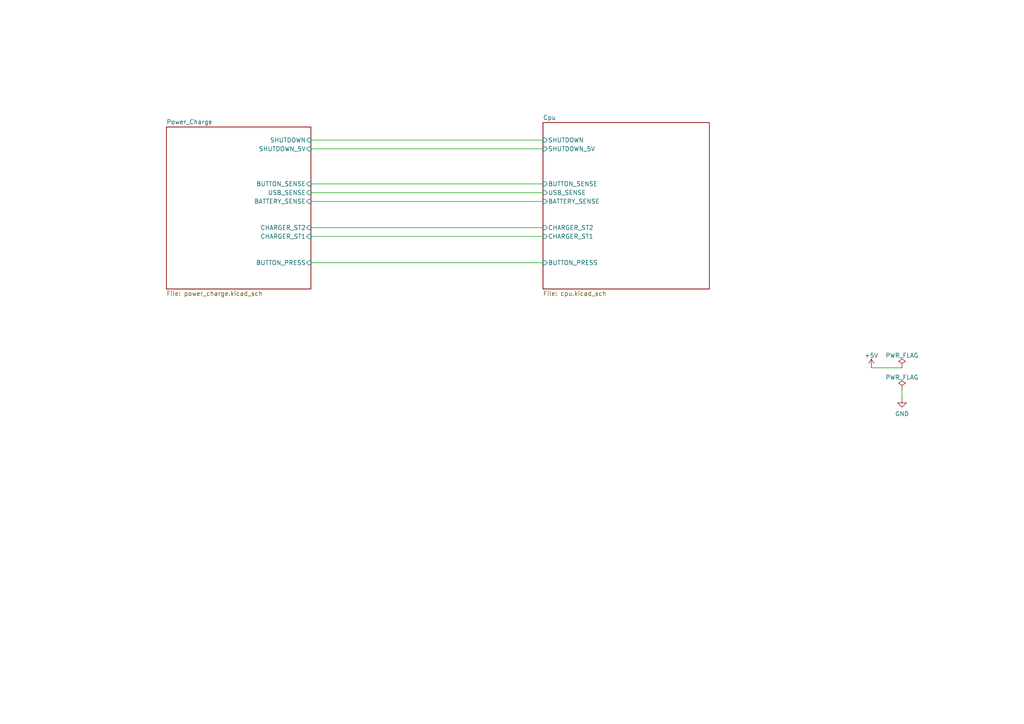
<source format=kicad_sch>
(kicad_sch (version 20211123) (generator eeschema)
  (paper "A4")
  (title_block (date "2022-06-08") (rev "1.0") (company "INSA - GEI"))
  (lib_symbols
    (symbol "power:+5V" (power) (pin_names (offset 0))
      (property "Value" "+5V" (at 0 3.556 0))
      (symbol "+5V_0_1"
        (polyline (pts (xy -0.762 1.27) (xy 0 2.54)))
        (polyline (pts (xy 0 0) (xy 0 2.54)))
        (polyline (pts (xy 0 2.54) (xy 0.762 1.27)))
      )
      (symbol "+5V_1_1"
        (pin power_in line (at 0 0 90) (length 0) hide (name "+5V") (number "1"))
      )
    )
    (symbol "power:GND" (power) (pin_names (offset 0))
      (property "Value" "GND" (at 0 -3.81 0))
      (symbol "GND_0_1"
        (polyline (pts (xy 0 0) (xy 0 -1.27) (xy 1.27 -1.27) (xy 0 -2.54) (xy -1.27 -1.27) (xy 0 -1.27)))
      )
      (symbol "GND_1_1"
        (pin power_in line (at 0 0 270) (length 0) hide (name "GND") (number "1"))
      )
    )
    (symbol "power:PWR_FLAG" (power) (pin_numbers hide) (pin_names (offset 0) hide)
      (property "Value" "PWR_FLAG" (at 0 3.81 0))
      (symbol "PWR_FLAG_0_0"
        (pin power_out line (at 0 0 90) (length 0) (name "pwr") (number "1"))
      )
      (symbol "PWR_FLAG_0_1"
        (polyline (pts (xy 0 0) (xy 0 1.27) (xy -1.016 1.905) (xy 0 2.54) (xy 1.016 1.905) (xy 0 1.27)))
      )
    )
  )
  (wire (pts (xy 90.17 53.34) (xy 157.48 53.34)))
  (wire (pts (xy 90.17 55.88) (xy 157.48 55.88)))
  (wire (pts (xy 90.17 66.04) (xy 157.48 66.04)))
  (wire (pts (xy 90.17 76.2) (xy 157.48 76.2)))
  (wire (pts (xy 261.62 113.03) (xy 261.62 115.57)))
  (wire (pts (xy 252.73 106.68) (xy 261.62 106.68)))
  (wire (pts (xy 90.17 40.64) (xy 157.48 40.64)))
  (wire (pts (xy 90.17 43.18) (xy 157.48 43.18)))
  (wire (pts (xy 90.17 58.42) (xy 157.48 58.42)))
  (wire (pts (xy 90.17 68.58) (xy 157.48 68.58)))
  (symbol (lib_id "power:GND") (at 261.62 115.57 0) (unit 1)
    (property "Reference" "#PWR04" (effects hide))
    (property "Value" "GND" (at 261.62 120.0134 0))
  )
  (symbol (lib_id "power:+5V") (at 252.73 106.68 0) (unit 1)
    (property "Reference" "#PWR03" (effects hide))
    (property "Value" "+5V" (at 252.73 103.1042 0))
  )
  (symbol (lib_id "power:PWR_FLAG") (at 261.62 106.68 0) (unit 1)
    (property "Reference" "#FLG03" (effects hide))
    (property "Value" "PWR_FLAG" (at 261.62 103.1042 0))
  )
  (symbol (lib_id "power:PWR_FLAG") (at 261.62 113.03 0) (unit 1)
    (property "Reference" "#FLG04" (effects hide))
    (property "Value" "PWR_FLAG" (at 261.62 109.4542 0))
  )
  (sheet (at 157.48 35.56) (size 48.26 48.26) (stroke (width 0.1524))
    (property "Sheet name" "Cpu" (at 157.48 34.8484 0) (effects (justify left bottom)))
    (property "Sheet file" "cpu.kicad_sch" (at 157.48 84.4046 0) (effects (justify left top)))
    (pin "SHUTDOWN" input (at 157.48 40.64 180))
    (pin "BUTTON_SENSE" input (at 157.48 53.34 180))
    (pin "USB_SENSE" input (at 157.48 55.88 180))
    (pin "CHARGER_ST2" input (at 157.48 66.04 180))
    (pin "CHARGER_ST1" input (at 157.48 68.58 180))
    (pin "SHUTDOWN_5V" input (at 157.48 43.18 180))
    (pin "BATTERY_SENSE" input (at 157.48 58.42 180))
    (pin "BUTTON_PRESS" input (at 157.48 76.2 180))
  )
  (sheet (at 48.26 36.83) (size 41.91 46.99) (stroke (width 0.1524))
    (property "Sheet name" "Power_Charge" (at 48.26 36.1184 0) (effects (justify left bottom)))
    (property "Sheet file" "power_charge.kicad_sch" (at 48.26 84.4046 0) (effects (justify left top)))
    (pin "BATTERY_SENSE" input (at 90.17 58.42 0))
    (pin "USB_SENSE" input (at 90.17 55.88 0))
    (pin "SHUTDOWN" input (at 90.17 40.64 0))
    (pin "BUTTON_SENSE" input (at 90.17 53.34 0))
    (pin "SHUTDOWN_5V" input (at 90.17 43.18 0))
    (pin "CHARGER_ST2" input (at 90.17 66.04 0))
    (pin "CHARGER_ST1" input (at 90.17 68.58 0))
    (pin "BUTTON_PRESS" input (at 90.17 76.2 0))
  )
)
</source>
